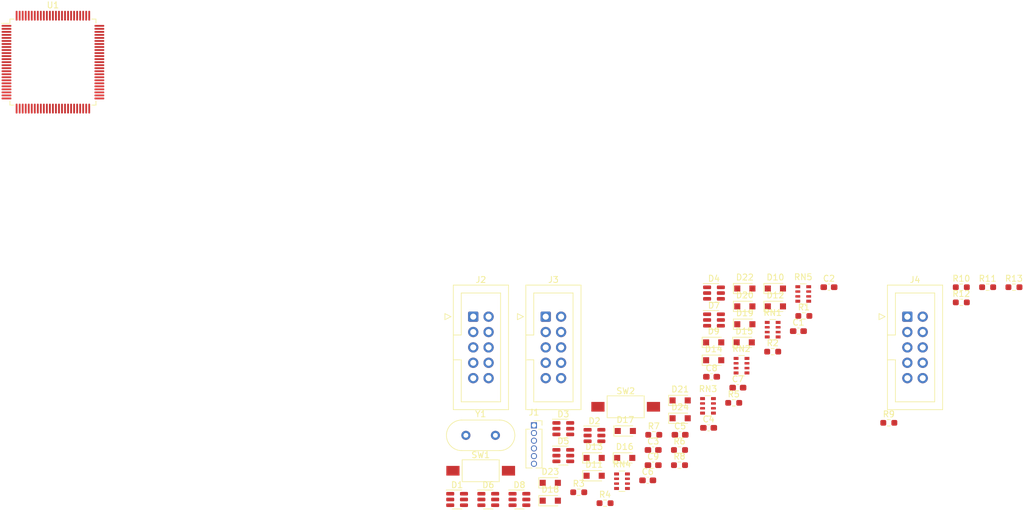
<source format=kicad_pcb>
(kicad_pcb (version 20211014) (generator pcbnew)
  (layers (0 "F.Cu" signal) (1 "In1.Cu" power) (2 "In2.Cu" power) (31 "B.Cu" signal) (34 "B.Paste" user) (35 "F.Paste" user) (36 "B.SilkS" user "B.Silkscreen") (37 "F.SilkS" user "F.Silkscreen") (38 "B.Mask" user) (39 "F.Mask" user) (44 "Edge.Cuts" user))
  (net 0 "")
  (net 1 "/MCU base/OSC_IN")
  (net 2 "GND")
  (net 3 "/MCU base/NRST")
  (net 4 "/MCU base/BOOT0")
  (net 5 "+3V3")
  (net 6 "/MCU base/OSC_OUT")
  (net 7 "/MCU base/BTN0")
  (net 8 "/MCU base/BTN1")
  (net 9 "/MCU base/BTN2_SDA")
  (net 10 "/MCU base/SWDIO")
  (net 11 "/MCU base/BTN3_SCL")
  (net 12 "/MCU base/SWCLK")
  (net 13 "M4_L0")
  (net 14 "M4_L1")
  (net 15 "/MCU base/BTN4")
  (net 16 "/MCU base/BTN5")
  (net 17 "/MCU base/BTN6")
  (net 18 "M3_L1")
  (net 19 "M3_L0")
  (net 20 "M2_L1")
  (net 21 "M2_L0")
  (net 22 "M1_L0")
  (net 23 "M1_L1")
  (net 24 "MOT_MUL0")
  (net 25 "MOT_MUL1")
  (net 26 "MOT_MUL2")
  (net 27 "MOT_MUL_EN")
  (net 28 "USART1_TX")
  (net 29 "USART1_RX")
  (net 30 "M0_L0")
  (net 31 "M0_L1")
  (net 32 "M7_L0")
  (net 33 "M7_L1")
  (net 34 "OUT2")
  (net 35 "OUT1")
  (net 36 "OUT0")
  (net 37 "/MCU base/SCRN_DCRS")
  (net 38 "/MCU base/SCRN_SCK")
  (net 39 "/MCU base/SCRN_MISO")
  (net 40 "/MCU base/SCRN_MOSI")
  (net 41 "/MCU base/SCRN_RST")
  (net 42 "/MCU base/SCRN_CS")
  (net 43 "M6_L1")
  (net 44 "M6_L0")
  (net 45 "M5_L1")
  (net 46 "M5_L0")
  (net 47 "/MCU base/A0")
  (net 48 "/MCU base/A1")
  (net 49 "/MCU base/A2")
  (net 50 "/MCU base/A3")
  (net 51 "/MCU base/A4")
  (net 52 "/MCU base/A5")
  (net 53 "/MCU base/Diag")
  (net 54 "Net-(D16-Pad2)")
  (net 55 "Net-(J1-Pad4)")
  (net 56 "Net-(J2-Pad2)")
  (net 57 "Net-(J2-Pad3)")
  (net 58 "Net-(J2-Pad4)")
  (net 59 "Net-(J2-Pad5)")
  (net 60 "Net-(J2-Pad6)")
  (net 61 "Net-(J2-Pad7)")
  (net 62 "Net-(J2-Pad8)")
  (net 63 "Net-(J2-Pad9)")
  (net 64 "Net-(J3-Pad2)")
  (net 65 "Net-(J3-Pad3)")
  (net 66 "Net-(J3-Pad4)")
  (net 67 "Net-(J3-Pad5)")
  (net 68 "Net-(J3-Pad6)")
  (net 69 "Net-(J3-Pad7)")
  (net 70 "Net-(J3-Pad8)")
  (net 71 "Net-(J3-Pad10)")
  (net 72 "Net-(J4-Pad2)")
  (net 73 "ADC2")
  (net 74 "ADC3")
  (net 75 "ADC4")
  (net 76 "ADC5")
  (net 77 "+5V")
  (net 78 "DIAG")
  (net 79 "ADC0")
  (net 80 "Vdrive")
  (net 81 "ADC1")
  (net 88 "MUL0")
  (net 89 "MUL1")
  (net 90 "MUL2")
  (net 91 "MUL_EN")
  (net 92 "M1_EN")
  (net 93 "M1_DIR")
  (net 94 "M1_STEP")
  (net 95 "+3.3VADC")
  (net 96 "TMC_SCK")
  (net 97 "TMC_MISO")
  (net 98 "TMC_MOSI")
  (net 99 "M0_STEP")
  (net 100 "M0_EN")
  (net 101 "M0_DIR")
  (net 102 "M7_STEP")
  (net 103 "M7_EN")
  (net 104 "M7_DIR")
  (net 105 "USART3_TX")
  (net 106 "M6_STEP")
  (net 107 "M6_DIR")
  (net 108 "M6_EN")
  (net 109 "M5_STEP")
  (net 110 "M5_DIR")
  (net 111 "M5_EN")
  (net 112 "USB_DM")
  (net 113 "USB_DP")
  (net 114 "M4_STEP")
  (net 115 "M4_EN")
  (net 116 "M4_DIR")
  (net 117 "CAN_RX")
  (net 118 "CAN_TX")
  (net 119 "USART2_TX")
  (net 120 "M3_DIR")
  (net 121 "M3_STEP")
  (net 122 "M3_EN")
  (net 123 "M2_STEP")
  (net 124 "M2_DIR")
  (net 125 "M2_EN")
  (footprint "Capacitor_SMD:C_0603_1608Metric_Pad1.08x0.95mm_HandSolder" (layer "F.Cu") (at 218.57 156.262)
    (fp_text reference "C9" (at 0 -1.43) (layer "F.SilkS"))
    (fp_text value "0.1")
    (pad "1" smd roundrect (at -0.8625 0) (size 1.075 0.95) (layers "F.Cu" "F.Paste" "F.Mask") (net 5 "+3V3"))
    (pad "2" smd roundrect (at 0.8625 0) (size 1.075 0.95) (layers "F.Cu" "F.Paste" "F.Mask") (net 2 "GND"))
  )
  (footprint "Package_TO_SOT_SMD:SOT-23-6" (layer "F.Cu") (at 203.72 150.232)
    (fp_text reference "D3" (at 0 -2.4) (layer "F.SilkS"))
    (fp_text value "SP0505BAHT")
    (pad "1" smd roundrect (at -1.1375 -0.95) (size 1.325 0.6) (layers "F.Cu" "F.Paste" "F.Mask") (net 17 "/MCU base/BTN6"))
    (pad "2" smd roundrect (at -1.1375 0) (size 1.325 0.6) (layers "F.Cu" "F.Paste" "F.Mask") (net 2 "GND"))
    (pad "3" smd roundrect (at -1.1375 0.95) (size 1.325 0.6) (layers "F.Cu" "F.Paste" "F.Mask") (net 18 "M3_L1"))
    (pad "4" smd roundrect (at 1.1375 0.95) (size 1.325 0.6) (layers "F.Cu" "F.Paste" "F.Mask") (net 19 "M3_L0"))
    (pad "5" smd roundrect (at 1.1375 0) (size 1.325 0.6) (layers "F.Cu" "F.Paste" "F.Mask") (net 20 "M2_L1"))
    (pad "6" smd roundrect (at 1.1375 -0.95) (size 1.325 0.6) (layers "F.Cu" "F.Paste" "F.Mask") (net 21 "M2_L0"))
  )
  (footprint "Connector_IDC:IDC-Header_2x05_P2.54mm_Vertical" (layer "F.Cu") (at 188.835 131.722)
    (fp_text reference "J2" (at 1.27 -6.1) (layer "F.SilkS"))
    (fp_text value "buttons_I2C")
    (pad "1" thru_hole roundrect (at 0 0) (size 1.7 1.7) (drill 1) (layers *.Cu *.Mask) (roundrect_rratio 0.147059) (net 2 "GND"))
    (pad "2" thru_hole circle (at 2.54 0) (size 1.7 1.7) (drill 1) (layers *.Cu *.Mask) (net 56 "Net-(J2-Pad2)"))
    (pad "3" thru_hole circle (at 0 2.54) (size 1.7 1.7) (drill 1) (layers *.Cu *.Mask) (net 57 "Net-(J2-Pad3)"))
    (pad "4" thru_hole circle (at 2.54 2.54) (size 1.7 1.7) (drill 1) (layers *.Cu *.Mask) (net 58 "Net-(J2-Pad4)"))
    (pad "5" thru_hole circle (at 0 5.08) (size 1.7 1.7) (drill 1) (layers *.Cu *.Mask) (net 59 "Net-(J2-Pad5)"))
    (pad "6" thru_hole circle (at 2.54 5.08) (size 1.7 1.7) (drill 1) (layers *.Cu *.Mask) (net 60 "Net-(J2-Pad6)"))
    (pad "7" thru_hole circle (at 0 7.62) (size 1.7 1.7) (drill 1) (layers *.Cu *.Mask) (net 61 "Net-(J2-Pad7)"))
    (pad "8" thru_hole circle (at 2.54 7.62) (size 1.7 1.7) (drill 1) (layers *.Cu *.Mask) (net 62 "Net-(J2-Pad8)"))
    (pad "9" thru_hole circle (at 0 10.16) (size 1.7 1.7) (drill 1) (layers *.Cu *.Mask) (net 63 "Net-(J2-Pad9)"))
    (pad "10" thru_hole circle (at 2.54 10.16) (size 1.7 1.7) (drill 1) (layers *.Cu *.Mask) (net 2 "GND"))
  )
  (footprint "Button_Switch_SMD:SW_SPST_FSMSM" (layer "F.Cu") (at 214.03 146.612)
    (fp_text reference "SW2" (at 0 -2.6) (layer "F.SilkS"))
    (fp_text value "boot")
    (pad "1" smd rect (at -4.59 0) (size 2.18 1.6) (layers "F.Cu" "F.Paste" "F.Mask") (net 4 "/MCU base/BOOT0"))
    (pad "2" smd rect (at 4.59 0) (size 2.18 1.6) (layers "F.Cu" "F.Paste" "F.Mask") (net 5 "+3V3"))
  )
  (footprint "Connector_IDC:IDC-Header_2x05_P2.54mm_Vertical" (layer "F.Cu") (at 260.575 131.722)
    (fp_text reference "J4" (at 1.27 -6.1) (layer "F.SilkS"))
    (fp_text value "ADC")
    (pad "1" thru_hole roundrect (at 0 0) (size 1.7 1.7) (drill 1) (layers *.Cu *.Mask) (roundrect_rratio 0.147059) (net 2 "GND"))
    (pad "2" thru_hole circle (at 2.54 0) (size 1.7 1.7) (drill 1) (layers *.Cu *.Mask) (net 72 "Net-(J4-Pad2)"))
    (pad "3" thru_hole circle (at 0 2.54) (size 1.7 1.7) (drill 1) (layers *.Cu *.Mask) (net 2 "GND"))
    (pad "4" thru_hole circle (at 2.54 2.54) (size 1.7 1.7) (drill 1) (layers *.Cu *.Mask) (net 73 "ADC2"))
    (pad "5" thru_hole circle (at 0 5.08) (size 1.7 1.7) (drill 1) (layers *.Cu *.Mask) (net 2 "GND"))
    (pad "6" thru_hole circle (at 2.54 5.08) (size 1.7 1.7) (drill 1) (layers *.Cu *.Mask) (net 74 "ADC3"))
    (pad "7" thru_hole circle (at 0 7.62) (size 1.7 1.7) (drill 1) (layers *.Cu *.Mask) (net 2 "GND"))
    (pad "8" thru_hole circle (at 2.54 7.62) (size 1.7 1.7) (drill 1) (layers *.Cu *.Mask) (net 75 "ADC4"))
    (pad "9" thru_hole circle (at 0 10.16) (size 1.7 1.7) (drill 1) (layers *.Cu *.Mask) (net 2 "GND"))
    (pad "10" thru_hole circle (at 2.54 10.16) (size 1.7 1.7) (drill 1) (layers *.Cu *.Mask) (net 76 "ADC5"))
  )
  (footprint "Resistor_SMD:R_0603_1608Metric_Pad0.98x0.95mm_HandSolder" (layer "F.Cu") (at 231.88 145.962)
    (fp_text reference "R5" (at 0 -1.43) (layer "F.SilkS"))
    (fp_text value "22")
    (pad "1" smd roundrect (at -0.9125 0) (size 0.975 0.95) (layers "F.Cu" "F.Paste" "F.Mask") (net 71 "Net-(J3-Pad10)"))
    (pad "2" smd roundrect (at 0.9125 0) (size 0.975 0.95) (layers "F.Cu" "F.Paste" "F.Mask") (net 77 "+5V"))
  )
  (footprint "Diode_SMD:D_SOD-323_HandSoldering" (layer "F.Cu") (at 233.72 130.022)
    (fp_text reference "D20" (at 0 -1.85) (layer "F.SilkS"))
    (fp_text value "SS14")
    (pad "1" smd rect (at -1.25 0) (size 1 1) (layers "F.Cu" "F.Paste" "F.Mask") (net 50 "/MCU base/A3"))
    (pad "2" smd rect (at 1.25 0) (size 1 1) (layers "F.Cu" "F.Paste" "F.Mask") (net 2 "GND"))
  )
  (footprint "Resistor_SMD:R_0603_1608Metric_Pad0.98x0.95mm_HandSolder" (layer "F.Cu") (at 222.92 156.262)
    (fp_text reference "R8" (at 0 -1.43) (layer "F.SilkS"))
    (fp_text value "330")
    (pad "1" smd roundrect (at -0.9125 0) (size 0.975 0.95) (layers "F.Cu" "F.Paste" "F.Mask") (net 51 "/MCU base/A4"))
    (pad "2" smd roundrect (at 0.9125 0) (size 0.975 0.95) (layers "F.Cu" "F.Paste" "F.Mask") (net 75 "ADC4"))
  )
  (footprint "Resistor_SMD:R_0603_1608Metric_Pad0.98x0.95mm_HandSolder" (layer "F.Cu") (at 269.49 129.362)
    (fp_text reference "R12" (at 0 -1.43) (layer "F.SilkS"))
    (fp_text value "47k")
    (pad "1" smd roundrect (at -0.9125 0) (size 0.975 0.95) (layers "F.Cu" "F.Paste" "F.Mask") (net 81 "ADC1"))
    (pad "2" smd roundrect (at 0.9125 0) (size 0.975 0.95) (layers "F.Cu" "F.Paste" "F.Mask") (net 77 "+5V"))
  )
  (footprint "Diode_SMD:D_SOD-323_HandSoldering" (layer "F.Cu") (at 201.57 159.182)
    (fp_text reference "D23" (at 0 -1.85) (layer "F.SilkS"))
    (fp_text value "SS14")
    (pad "1" smd rect (at -1.25 0) (size 1 1) (layers "F.Cu" "F.Paste" "F.Mask") (net 53 "/MCU base/Diag"))
    (pad "2" smd rect (at 1.25 0) (size 1 1) (layers "F.Cu" "F.Paste" "F.Mask") (net 2 "GND"))
  )
  (footprint "Resistor_SMD:R_Array_Convex_4x0603" (layer "F.Cu") (at 227.63 146.462)
    (fp_text reference "RN3" (at 0 -2.8) (layer "F.SilkS"))
    (fp_text value "330")
    (pad "1" smd rect (at -0.9 -1.2) (size 0.8 0.5) (layers "F.Cu" "F.Paste" "F.Mask"))
    (pad "2" smd rect (at -0.9 -0.4) (size 0.8 0.4) (layers "F.Cu" "F.Paste" "F.Mask") (net 16 "/MCU base/BTN5"))
    (pad "3" smd rect (at -0.9 0.4) (size 0.8 0.4) (layers "F.Cu" "F.Paste" "F.Mask") (net 11 "/MCU base/BTN3_SCL"))
    (pad "4" smd rect (at -0.9 1.2) (size 0.8 0.5) (layers "F.Cu" "F.Paste" "F.Mask") (net 8 "/MCU base/BTN1"))
    (pad "5" smd rect (at 0.9 1.2) (size 0.8 0.5) (layers "F.Cu" "F.Paste" "F.Mask") (net 58 "Net-(J2-Pad4)"))
    (pad "6" smd rect (at 0.9 0.4) (size 0.8 0.4) (layers "F.Cu" "F.Paste" "F.Mask") (net 60 "Net-(J2-Pad6)"))
    (pad "7" smd rect (at 0.9 -0.4) (size 0.8 0.4) (layers "F.Cu" "F.Paste" "F.Mask") (net 62 "Net-(J2-Pad8)"))
    (pad "8" smd rect (at 0.9 -1.2) (size 0.8 0.5) (layers "F.Cu" "F.Paste" "F.Mask"))
  )
  (footprint "Resistor_SMD:R_Array_Convex_4x0603" (layer "F.Cu") (at 213.42 158.912)
    (fp_text reference "RN4" (at 0 -2.8) (layer "F.SilkS"))
    (fp_text value "330")
    (pad "1" smd rect (at -0.9 -1.2) (size 0.8 0.5) (layers "F.Cu" "F.Paste" "F.Mask"))
    (pad "2" smd rect (at -0.9 -0.4) (size 0.8 0.4) (layers "F.Cu" "F.Paste" "F.Mask") (net 37 "/MCU base/SCRN_DCRS"))
    (pad "3" smd rect (at -0.9 0.4) (size 0.8 0.4) (layers "F.Cu" "F.Paste" "F.Mask") (net 42 "/MCU base/SCRN_CS"))
    (pad "4" smd rect (at -0.9 1.2) (size 0.8 0.5) (layers "F.Cu" "F.Paste" "F.Mask") (net 41 "/MCU base/SCRN_RST"))
    (pad "5" smd rect (at 0.9 1.2) (size 0.8 0.5) (layers "F.Cu" "F.Paste" "F.Mask") (net 66 "Net-(J3-Pad4)"))
    (pad "6" smd rect (at 0.9 0.4) (size 0.8 0.4) (layers "F.Cu" "F.Paste" "F.Mask") (net 68 "Net-(J3-Pad6)"))
    (pad "7" smd rect (at 0.9 -0.4) (size 0.8 0.4) (layers "F.Cu" "F.Paste" "F.Mask") (net 70 "Net-(J3-Pad8)"))
    (pad "8" smd rect (at 0.9 -1.2) (size 0.8 0.5) (layers "F.Cu" "F.Paste" "F.Mask"))
  )
  (footprint "Diode_SMD:D_SOD-323_HandSoldering" (layer "F.Cu") (at 208.82 155.062)
    (fp_text reference "D13" (at 0 -1.85) (layer "F.SilkS"))
    (fp_text value "SS14")
    (pad "1" smd rect (at -1.25 0) (size 1 1) (layers "F.Cu" "F.Paste" "F.Mask") (net 5 "+3V3"))
    (pad "2" smd rect (at 1.25 0) (size 1 1) (layers "F.Cu" "F.Paste" "F.Mask") (net 51 "/MCU base/A4"))
  )
  (footprint "Package_TO_SOT_SMD:SOT-23-6" (layer "F.Cu") (at 228.62 127.822)
    (fp_text reference "D4" (at 0 -2.4) (layer "F.SilkS"))
    (fp_text value "SP0505BAHT")
    (pad "1" smd roundrect (at -1.1375 -0.95) (size 1.325 0.6) (layers "F.Cu" "F.Paste" "F.Mask") (net 22 "M1_L0"))
    (pad "2" smd roundrect (at -1.1375 0) (size 1.325 0.6) (layers "F.Cu" "F.Paste" "F.Mask") (net 2 "GND"))
    (pad "3" smd roundrect (at -1.1375 0.95) (size 1.325 0.6) (layers "F.Cu" "F.Paste" "F.Mask") (net 23 "M1_L1"))
    (pad "4" smd roundrect (at 1.1375 0.95) (size 1.325 0.6) (layers "F.Cu" "F.Paste" "F.Mask") (net 24 "MOT_MUL0"))
    (pad "5" smd roundrect (at 1.1375 0) (size 1.325 0.6) (layers "F.Cu" "F.Paste" "F.Mask") (net 25 "MOT_MUL1"))
    (pad "6" smd roundrect (at 1.1375 -0.95) (size 1.325 0.6) (layers "F.Cu" "F.Paste" "F.Mask") (net 26 "MOT_MUL2"))
  )
  (footprint "Diode_SMD:D_SOD-323_HandSoldering" (layer "F.Cu") (at 213.87 155.062)
    (fp_text reference "D16" (at 0 -1.85) (layer "F.SilkS"))
    (fp_text value "SS14")
    (pad "1" smd rect (at -1.25 0) (size 1 1) (layers "F.Cu" "F.Paste" "F.Mask") (net 5 "+3V3"))
    (pad "2" smd rect (at 1.25 0) (size 1 1) (layers "F.Cu" "F.Paste" "F.Mask") (net 54 "Net-(D16-Pad2)"))
  )
  (footprint "Resistor_SMD:R_0603_1608Metric_Pad0.98x0.95mm_HandSolder" (layer "F.Cu") (at 222.92 153.752)
    (fp_text reference "R6" (at 0 -1.43) (layer "F.SilkS"))
    (fp_text value "330")
    (pad "1" smd roundrect (at -0.9125 0) (size 0.975 0.95) (layers "F.Cu" "F.Paste" "F.Mask") (net 78 "DIAG"))
    (pad "2" smd roundrect (at 0.9125 0) (size 0.975 0.95) (layers "F.Cu" "F.Paste" "F.Mask") (net 53 "/MCU base/Diag"))
  )
  (footprint "Connector_IDC:IDC-Header_2x05_P2.54mm_Vertical" (layer "F.Cu") (at 200.815 131.722)
    (fp_text reference "J3" (at 1.27 -6.1) (layer "F.SilkS"))
    (fp_text value "screen")
    (pad "1" thru_hole roundrect (at 0 0) (size 1.7 1.7) (drill 1) (layers *.Cu *.Mask) (roundrect_rratio 0.147059) (net 2 "GND"))
    (pad "2" thru_hole circle (at 2.54 0) (size 1.7 1.7) (drill 1) (layers *.Cu *.Mask) (net 64 "Net-(J3-Pad2)"))
    (pad "3" thru_hole circle (at 0 2.54) (size 1.7 1.7) (drill 1) (layers *.Cu *.Mask) (net 65 "Net-(J3-Pad3)"))
    (pad "4" thru_hole circle (at 2.54 2.54) (size 1.7 1.7) (drill 1) (layers *.Cu *.Mask) (net 66 "Net-(J3-Pad4)"))
    (pad "5" thru_hole circle (at 0 5.08) (size 1.7 1.7) (drill 1) (layers *.Cu *.Mask) (net 67 "Net-(J3-Pad5)"))
    (pad "6" thru_hole circle (at 2.54 5.08) (size 1.7 1.7) (drill 1) (layers *.Cu *.Mask) (net 68 "Net-(J3-Pad6)"))
    (pad "7" thru_hole circle (at 0 7.62) (size 1.7 1.7) (drill 1) (layers *.Cu *.Mask) (net 69 "Net-(J3-Pad7)"))
    (pad "8" thru_hole circle (at 2.54 7.62) (size 1.7 1.7) (drill 1) (layers *.Cu *.Mask) (net 70 "Net-(J3-Pad8)"))
    (pad "9" thru_hole circle (at 0 10.16) (size 1.7 1.7) (drill 1) (layers *.Cu *.Mask) (net 2 "GND"))
    (pad "10" thru_hole circle (at 2.54 10.16) (size 1.7 1.7) (drill 1) (layers *.Cu *.Mask) (net 71 "Net-(J3-Pad10)"))
  )
  (footprint "Connector_PinSocket_1.27mm:PinSocket_1x06_P1.27mm_Vertical" (layer "F.Cu") (at 198.87 149.682)
    (fp_text reference "J1" (at 0 -2.135) (layer "F.SilkS"))
    (fp_text value "Prog")
    (pad "1" thru_hole rect (at 0 0) (size 1 1) (drill 0.7) (layers *.Cu *.Mask) (net 12 "/MCU base/SWCLK"))
    (pad "2" thru_hole oval (at 0 1.27) (size 1 1) (drill 0.7) (layers *.Cu *.Mask) (net 10 "/MCU base/SWDIO"))
    (pad "3" thru_hole oval (at 0 2.54) (size 1 1) (drill 0.7) (layers *.Cu *.Mask) (net 2 "GND"))
    (pad "4" thru_hole oval (at 0 3.81) (size 1 1) (drill 0.7) (layers *.Cu *.Mask) (net 55 "Net-(J1-Pad4)"))
    (pad "5" thru_hole oval (at 0 5.08) (size 1 1) (drill 0.7) (layers *.Cu *.Mask) (net 4 "/MCU base/BOOT0"))
    (pad "6" thru_hole oval (at 0 6.35) (size 1 1) (drill 0.7) (layers *.Cu *.Mask) (net 3 "/MCU base/NRST"))
  )
  (footprint "Package_TO_SOT_SMD:SOT-23-6" (layer "F.Cu") (at 208.87 151.362)
    (fp_text reference "D2" (at 0 -2.4) (layer "F.SilkS"))
    (fp_text value "SP0505BAHT")
    (pad "1" smd roundrect (at -1.1375 -0.95) (size 1.325 0.6) (layers "F.Cu" "F.Paste" "F.Mask") (net 12 "/MCU base/SWCLK"))
    (pad "2" smd roundrect (at -1.1375 0) (size 1.325 0.6) (layers "F.Cu" "F.Paste" "F.Mask") (net 2 "GND"))
    (pad "3" smd roundrect (at -1.1375 0.95) (size 1.325 0.6) (layers "F.Cu" "F.Paste" "F.Mask") (net 13 "M4_L0"))
    (pad "4" smd roundrect (at 1.1375 0.95) (size 1.325 0.6) (layers "F.Cu" "F.Paste" "F.Mask") (net 14 "M4_L1"))
    (pad "5" smd roundrect (at 1.1375 0) (size 1.325 0.6) (layers "F.Cu" "F.Paste" "F.Mask") (net 15 "/MCU base/BTN4"))
    (pad "6" smd roundrect (at 1.1375 -0.95) (size 1.325 0.6) (layers "F.Cu" "F.Paste" "F.Mask") (net 16 "/MCU base/BTN5"))
  )
  (footprint "Diode_SMD:D_SOD-323_HandSoldering" (layer "F.Cu") (at 233.72 132.972)
    (fp_text reference "D19" (at 0 -1.85) (layer "F.SilkS"))
    (fp_text value "SS14")
    (pad "1" smd rect (at -1.25 0) (size 1 1) (layers "F.Cu" "F.Paste" "F.Mask") (net 49 "/MCU base/A2"))
    (pad "2" smd rect (at 1.25 0) (size 1 1) (layers "F.Cu" "F.Paste" "F.Mask") (net 2 "GND"))
  )
  (footprint "Diode_SMD:D_SOD-323_HandSoldering" (layer "F.Cu") (at 228.57 138.922)
    (fp_text reference "D14" (at 0 -1.85) (layer "F.SilkS"))
    (fp_text value "SS14")
    (pad "1" smd rect (at -1.25 0) (size 1 1) (layers "F.Cu" "F.Paste" "F.Mask") (net 5 "+3V3"))
    (pad "2" smd rect (at 1.25 0) (size 1 1) (layers "F.Cu" "F.Paste" "F.Mask") (net 52 "/MCU base/A5"))
  )
  (footprint "Package_QFP:LQFP-100_14x14mm_P0.5mm" (layer "F.Cu") (at 119.38 89.662)
    (fp_text reference "U1" (at 0 -9.42) (layer "F.SilkS"))
    (fp_text value "STM32F303VDTx")
    (pad "1" smd roundrect (at -7.675 -6) (size 1.6 0.3) (layers "F.Cu" "F.Paste" "F.Mask") (net 53 "/MCU base/Diag"))
    (pad "2" smd roundrect (at -7.675 -5.5) (size 1.6 0.3) (layers "F.Cu" "F.Paste" "F.Mask") (net 88 "MUL0"))
    (pad "3" smd roundrect (at -7.675 -5) (size 1.6 0.3) (layers "F.Cu" "F.Paste" "F.Mask") (net 89 "MUL1"))
    (pad "4" smd roundrect (at -7.675 -4.5) (size 1.6 0.3) (layers "F.Cu" "F.Paste" "F.Mask") (net 90 "MUL2"))
    (pad "5" smd roundrect (at -7.675 -4) (size 1.6 0.3) (layers "F.Cu" "F.Paste" "F.Mask") (net 91 "MUL_EN"))
    (pad "6" smd roundrect (at -7.675 -3.5) (size 1.6 0.3) (layers "F.Cu" "F.Paste" "F.Mask") (net 5 "+3V3"))
    (pad "7" smd roundrect (at -7.675 -3) (size 1.6 0.3) (layers "F.Cu" "F.Paste" "F.Mask") (net 92 "M1_EN"))
    (pad "8" smd roundrect (at -7.675 -2.5) (size 1.6 0.3) (layers "F.Cu" "F.Paste" "F.Mask") (net 93 "M1_DIR"))
    (pad "9" smd roundrect (at -7.675 -2) (size 1.6 0.3) (layers "F.Cu" "F.Paste" "F.Mask") (net 22 "M1_L0"))
    (pad "10" smd roundrect (at -7.675 -1.5) (size 1.6 0.3) (layers "F.Cu" "F.Paste" "F.Mask") (net 94 "M1_STEP"))
    (pad "11" smd roundrect (at -7.675 -1) (size 1.6 0.3) (layers "F.Cu" "F.Paste" "F.Mask") (net 23 "M1_L1"))
    (pad "12" smd roundrect (at -7.675 -0.5) (size 1.6 0.3) (layers "F.Cu" "F.Paste" "F.Mask") (net 1 "/MCU base/OSC_IN"))
    (pad "13" smd roundrect (at -7.675 0) (size 1.6 0.3) (layers "F.Cu" "F.Paste" "F.Mask") (net 6 "/MCU base/OSC_OUT"))
    (pad "14" smd roundrect (at -7.675 0.5) (size 1.6 0.3) (layers "F.Cu" "F.Paste" "F.Mask") (net 3 "/MCU base/NRST"))
    (pad "15" smd roundrect (at -7.675 1) (size 1.6 0.3) (layers "F.Cu" "F.Paste" "F.Mask") (net 24 "MOT_MUL0"))
    (pad "16" smd roundrect (at -7.675 1.5) (size 1.6 0.3) (layers "F.Cu" "F.Paste" "F.Mask") (net 25 "MOT_MUL1"))
    (pad "17" smd roundrect (at -7.675 2) (size 1.6 0.3) (layers "F.Cu" "F.Paste" "F.Mask") (net 26 "MOT_MUL2"))
    (pad "18" smd roundrect (at -7.675 2.5) (size 1.6 0.3) (layers "F.Cu" "F.Paste" "F.Mask") (net 27 "MOT_MUL_EN"))
    (pad "19" smd roundrect (at -7.675 3) (size 1.6 0.3) (layers "F.Cu" "F.Paste" "F.Mask") (net 52 "/MCU base/A5"))
    (pad "20" smd roundrect (at -7.675 3.5) (size 1.6 0.3) (layers "F.Cu" "F.Paste" "F.Mask") (net 2 "GND"))
    (pad "21" smd roundrect (at -7.675 4) (size 1.6 0.3) (layers "F.Cu" "F.Paste" "F.Mask") (net 95 "+3.3VADC"))
    (pad "22" smd roundrect (at -7.675 4.5) (size 1.6 0.3) (layers "F.Cu" "F.Paste" "F.Mask") (net 5 "+3V3"))
    (pad "23" smd roundrect (at -7.675 5) (size 1.6 0.3) (layers "F.Cu" "F.Paste" "F.Mask") (net 47 "/MCU base/A0"))
    (pad "24" smd roundrect (at -7.675 5.5) (size 1.6 0.3) (layers "F.Cu" "F.Paste" "F.Mask") (net 48 "/MCU base/A1"))
    (pad "25" smd roundrect (at -7.675 6) (size 1.6 0.3) (layers "F.Cu" "F.Paste" "F.Mask") (net 49 "/MCU base/A2"))
    (pad "26" smd roundrect (at -6 7.675) (size 0.3 1.6) (layers "F.Cu" "F.Paste" "F.Mask") (net 50 "/MCU base/A3"))
    (pad "27" smd roundrect (at -5.5 7.675) (size 0.3 1.6) (layers "F.Cu" "F.Paste" "F.Mask") (net 2 "GND"))
    (pad "28" smd roundrect (at -5 7.675) (size 0.3 1.6) (layers "F.Cu" "F.Paste" "F.Mask") (net 5 "+3V3"))
    (pad "29" smd roundrect (at -4.5 7.675) (size 0.3 1.6) (layers "F.Cu" "F.Paste" "F.Mask") (net 51 "/MCU base/A4"))
    (pad "30" smd roundrect (at -4 7.675) (size 0.3 1.6) (layers "F.Cu" "F.Paste" "F.Mask") (net 96 "TMC_SCK"))
    (pad "31" smd roundrect (at -3.5 7.675) (size 0.3 1.6) (layers "F.Cu" "F.Paste" "F.Mask") (net 97 "TMC_MISO"))
    (pad "32" smd roundrect (at -3 7.675) (size 0.3 1.6) (layers "F.Cu" "F.Paste" "F.Mask") (net 98 "TMC_MOSI"))
    (pad "33" smd roundrect (at -2.5 7.675) (size 0.3 1.6) (layers "F.Cu" "F.Paste" "F.Mask") (net 28 "USART1_TX"))
    (pad "34" smd roundrect (at -2 7.675) (size 0.3 1.6) (layers "F.Cu" "F.Paste" "F.Mask") (net 29 "USART1_RX"))
    (pad "35" smd roundrect (at -1.5 7.675) (size 0.3 1.6) (layers "F.Cu" "F.Paste" "F.Mask") (net 99 "M0_STEP"))
    (pad "36" smd roundrect (at -1 7.675) (size 0.3 1.6) (layers "F.Cu" "F.Paste" "F.Mask") (net 100 "M0_EN"))
    (pad "37" smd roundrect (at -0.5 7.675) (size 0.3 1.6) (layers "F.Cu" "F.Paste" "F.Mask") (net 101 "M0_DIR"))
    (pad "38" smd roundrect (at 0 7.675) (size 0.3 1.6) (layers "F.Cu" "F.Paste" "F.Mask") (net 30 "M0_L0"))
    (pad "39" smd roundrect (at 0.5 7.675) (size 0.3 1.6) (layers "F.Cu" "F.Paste" "F.Mask") (net 31 "M0_L1"))
    (pad "40" smd roundrect (at 1 7.675) (size 0.3 1.6) (layers "F.Cu" "F.Paste" "F.Mask") (net 102 "M7_STEP"))
    (pad "41" smd roundrect (at 1.5 7.675) (size 0.3 1.6) (layers "F.Cu" "F.Paste" "F.Mask") (net 103 "M7_EN"))
    (pad "42" smd roundrect (at 2 7.675) (size 0.3 1.6) (layers "F.Cu" "F.Paste" "F.Mask") (net 104 "M7_DIR"))
    (pad "43" smd roundrect (at 2.5 7.675) (size 0.3 1.6) (layers "F.Cu" "F.Paste" "F.Mask") (net 32 "M7_L0"))
    (pad "44" smd roundrect (at 3 7.675) (size 0.3 1.6) (layers "F.Cu" "F.Paste" "F.Mask") (net 33 "M7_L1"))
    (pad "45" smd roundrect (at 3.5 7.675) (size 0.3 1.6) (layers "F.Cu" "F.Paste" "F.Mask") (net 34 "OUT2"))
    (pad "46" smd roundrect (at 4 7.675) (size 0.3 1.6) (layers "F.Cu" "F.Paste" "F.Mask") (net 35 "OUT1"))
    (pad "47" smd roundrect (at 4.5 7.675) (size 0.3 1.6) (layers "F.Cu" "F.Paste" "F.Mask") (net 105 "USART3_TX"))
    (pad "48" smd roundrect (at 5 7.675) (size 0.3 1.6) (layers "F.Cu" "F.Paste" "F.Mask") (net 36 "OUT0"))
    (pad "49" smd roundrect (at 5.5 7.675) (size 0.3 1.6) (layers "F.Cu" "F.Paste" "F.Mask") (net 2 "GND"))
    (pad "50" smd roundrect (at 6 7.675) (size 0.3 1.6) (layers "F.Cu" "F.Paste" "F.Mask") (net 5 "+3V3"))
    (pad "51" smd roundrect (at 7.675 6) (size 1.6 0.3) (layers "F.Cu" "F.Paste" "F.Mask") (net 37 "/MCU base/SCRN_DCRS"))
    (pad "52" smd roundrect (at 7.675 5.5) (size 1.6 0.3) (layers "F.Cu" "F.Paste" "F.Mask") (net 38 "/MCU base/SCRN_SCK"))
    (pad "53" smd roundrect (at 7.675 5) (size 1.6 0.3) (layers "F.Cu" "F.Paste" "F.Mask") (net 39 "/MCU base/SCRN_MISO"))
    (pad "54" smd roundrect (at 7.675 4.5) (size 1.6 0.3) (layers "F.Cu" "F.Paste" "F.Mask") (net 40 "/MCU base/SCRN_MOSI"))
    (pad "55" smd roundrect (at 7.675 4) (size 1.6 0.3) (layers "F.Cu" "F.Paste" "F.Mask") (net 41 "/MCU base/SCRN_RST"))
    (pad "56" smd roundrect (at 7.675 3.5) (size 1.6 0.3) (layers "F.Cu" "F.Paste" "F.Mask") (net 42 "/MCU base/SCRN_CS"))
    (pad "57" smd roundrect (at 7.675 3) (size 1.6 0.3) (layers "F.Cu" "F.Paste" "F.Mask") (net 43 "M6_L1"))
    (pad "58" smd roundrect (at 7.675 2.5) (size 1.6 0.3) (layers "F.Cu" "F.Paste" "F.Mask") (net 44 "M6_L0"))
    (pad "59" smd roundrect (at 7.675 2) (size 1.6 0.3) (layers "F.Cu" "F.Paste" "F.Mask") (net 106 "M6_STEP"))
    (pad "60" smd roundrect (at 7.675 1.5) (size 1.6 0.3) (layers "F.Cu" "F.Paste" "F.Mask") (net 107 "M6_DIR"))
    (pad "61" smd roundrect (at 7.675 1) (size 1.6 0.3) (layers "F.Cu" "F.Paste" "F.Mask") (net 108 "M6_EN"))
    (pad "62" smd roundrect (at 7.675 0.5) (size 1.6 0.3) (layers "F.Cu" "F.Paste" "F.Mask") (net 45 "M5_L1"))
    (pad "63" smd roundrect (at 7.675 0) (size 1.6 0.3) (layers "F.Cu" "F.Paste" "F.Mask") (net 109 "M5_STEP"))
    (pad "64" smd roundrect (at 7.675 -0.5) (size 1.6 0.3) (layers "F.Cu" "F.Paste" "F.Mask") (net 46 "M5_L0"))
    (pad "65" smd roundrect (at 7.675 -1) (size 1.6 0.3) (layers "F.Cu" "F.Paste" "F.Mask") (net 110 "M5_DIR"))
    (pad "66" smd roundrect (at 7.675 -1.5) (size 1.6 0.3) (layers "F.Cu" "F.Paste" "F.Mask") (net 111 "M5_EN"))
    (pad "67" smd roundrect (at 7.675 -2) (size 1.6 0.3) (layers "F.Cu" "F.Paste" "F.Mask") (net 7 "/MCU base/BTN0"))
    (pad "68" smd roundrect (at 7.675 -2.5) (size 1.6 0.3) (layers "F.Cu" "F.Paste" "F.Mask") (net 8 "/MCU base/BTN1"))
    (pad "69" smd roundrect (at 7.675 -3) (size 1.6 0.3) (layers "F.Cu" "F.Paste" "F.Mask") (net 9 "/MCU base/BTN2_SDA"))
    (pad "70" smd roundrect (at 7.675 -3.5) (size 1.6 0.3) (layers "F.Cu" "F.Paste" "F.Mask") (net 112 "USB_DM"))
    (pad "71" smd roundrect (at 7.675 -4) (size 1.6 0.3) (layers "F.Cu" "F.Paste" "F.Mask") (net 113 "USB_DP"))
    (pad "72" smd roundrect (at 7.675 -4.5) (size 1.6 0.3) (layers "F.Cu" "F.Paste" "F.Mask") (net 10 "/MCU base/SWDIO"))
    (pad "73" smd roundrect (at 7.675 -5) (size 1.6 0.3) (layers "F.Cu" "F.Paste" "F.Mask") (net 11 "/MCU base/BTN3_SCL"))
    (pad "74" smd roundrect (at 7.675 -5.5) (size 1.6 0.3) (layers "F.Cu" "F.Paste" "F.Mask") (net 2 "GND"))
    (pad "75" smd roundrect (at 7.675 -6) (size 1.6 0.3) (layers "F.Cu" "F.Paste" "F.Mask") (net 5 "+3V3"))
    (pad "76" smd roundrect (at 6 -7.675) (size 0.3 1.6) (layers "F.Cu" "F.Paste" "F.Mask") (net 12 "/MCU base/SWCLK"))
    (pad "77" smd roundrect (at 5.5 -7.675) (size 0.3 1.6) (layers "F.Cu" "F.Paste" "F.Mask") (net 114 "M4_STEP"))
    (pad "78" smd roundrect (at 5 -7.675) (size 0.3 1.6) (layers "F.Cu" "F.Paste" "F.Mask") (net 115 "M4_EN"))
    (pad "79" smd roundrect (at 4.5 -7.675) (size 0.3 1.6) (layers "F.Cu" "F.Paste" "F.Mask") (net 116 "M4_DIR"))
    (pad "80" smd roundrect (at 4 -7.675) (size 0.3 1.6) (layers "F.Cu" "F.Paste" "F.Mask") (net 13 "M4_L0"))
    (pad "81" smd roundrect (at 3.5 -7.675) (size 0.3 1.6) (layers "F.Cu" "F.Paste" "F.Mask") (net 117 "CAN_RX"))
    (pad "82" smd roundrect (at 3 -7.675) (size 0.3 1.6) (layers "F.Cu" "F.Paste" "F.Mask") (net 118 "CAN_TX"))
    (pad "83" smd roundrect (at 2.5 -7.675) (size 0.3 1.6) (layers "F.Cu" "F.Paste" "F.Mask") (net 14 "M4_L1"))
    (pad "84" smd roundrect (at 2 -7.675) (size 0.3 1.6) (layers "F.Cu" "F.Paste" "F.Mask") (net 15 "/MCU base/BTN4"))
    (pad "85" smd roundrect (at 1.5 -7.675) (size 0.3 1.6) (layers "F.Cu" "F.Paste" "F.Mask") (net 16 "/MCU base/BTN5"))
    (pad "86" smd roundrect (at 1 -7.675) (size 0.3 1.6) (layers "F.Cu" "F.Paste" "F.Mask") (net 17 "/MCU base/BTN6"))
    (pad "87" smd roundrect (at 0.5 -7.675) (size 0.3 1.6) (layers "F.Cu" "F.Paste" "F.Mask") (net 18 "M3_L1"))
    (pad "88" smd roundrect (at 0 -7.675) (size 0.3 1.6) (layers "F.Cu" "F.Paste" "F.Mask") (net 19 "M3_L0"))
    (pad "89" smd roundrect (at -0.5 -7.675) (size 0.3 1.6) (layers "F.Cu" "F.Paste" "F.Mask") (net 119 "USART2_TX"))
    (pad "90" smd roundrect (at -1 -7.675) (size 0.3 1.6) (layers "F.Cu" "F.Paste" "F.Mask") (net 120 "M3_DIR"))
    (pad "91" smd roundrect (at -1.5 -7.675) (size 0.3 1.6) (layers "F.Cu" "F.Paste" "F.Mask") (net 121 "M3_STEP"))
    (pad "92" smd roundrect (at -2 -7.675) (size 0.3 1.6) (layers "F.Cu" "F.Paste" "F.Mask") (net 122 "M3_EN"))
    (pad "93" smd roundrect (at -2.5 -7.675) (size 0.3 1.6) (layers "F.Cu" "F.Paste" "F.Mask") (net 20 "M2_L1"))
    (pad "94" smd roundrect (at -3 -7.675) (size 0.3 1.6) (layers "F.Cu" "F.Paste" "F.Mask") (net 4 "/MCU base/BOOT0"))
    (pad "95" smd roundrect (at -3.5 -7.675) (size 0.3 1.6) (layers "F.Cu" "F.Paste" "F.Mask") (net 123 "M2_STEP"))
    (pad "96" smd roundrect (at -4 -7.675) (size 0.3 1.6) (layers "F.Cu" "F.Paste" "F.Mask") (net 21 "M2_L0"))
    (pad "97" smd roundrect (at -4.5 -7.675) (size 0.3 1.6) (layers "F.Cu" "F.Paste" "F.Mask") (net 124 "M2_DIR"))
    (pad "98" smd roundrect (at -5 -7.675) (size 0.3 1.6) (layers "F.Cu" "F.Paste" "F.Mask") (net 125 "M2_EN"))
    (pad "99" smd roundrect (at -5.5 -7.675) (size 0.3 1.6) (layers "F.Cu" "F.Paste" "F.Mask") (net 2 "GND"))
    (pad "100" smd roundrect (at -6 -7.675) (size 0.3 1.6) (layers "F.Cu" "F.Paste" "F.Mask") (net 5 "+3V3"))
  )
  (footprint "Capacitor_SMD:C_0603_1608Metric_Pad1.08x0.95mm_HandSolder" (layer "F.Cu") (at 227.73 150.092)
    (fp_text reference "C4" (at 0 -1.43) (layer "F.SilkS"))
    (fp_text value "12")
    (pad "1" smd roundrect (at -0.8625 0) (size 1.075 0.95) (layers "F.Cu" "F.Paste" "F.Mask") (net 6 "/MCU base/OSC_OUT"))
    (pad "2" smd roundrect (at 0.8625 0) (size 1.075 0.95) (layers "F.Cu" "F.Paste" "F.Mask") (net 2 "GND"))
  )
  (footprint "Diode_SMD:D_SOD-323_HandSoldering" (layer "F.Cu") (at 213.97 150.612)
    (fp_text reference "D17" (at 0 -1.85) (layer "F.SilkS"))
    (fp_text value "SS14")
    (pad "1" smd rect (at -1.25 0) (size 1 1) (layers "F.Cu" "F.Paste" "F.Mask") (net 47 "/MCU base/A0"))
    (pad "2" smd rect (at 1.25 0) (size 1 1) (layers "F.Cu" "F.Paste" "F.Mask") (net 2 "GND"))
  )
  (footprint "Crystal:Crystal_HC49-U_Vertical" (layer "F.Cu") (at 187.62 151.332)
    (fp_text reference "Y1" (at 2.44 -3.525) (layer "F.SilkS"))
    (fp_text value "8MHz")
    (pad "1" thru_hole circle (at 0 0) (size 1.5 1.5) (drill 0.8) (layers *.Cu *.Mask) (net 1 "/MCU base/OSC_IN"))
    (pad "2" thru_hole circle (at 4.88 0) (size 1.5 1.5) (drill 0.8) (layers *.Cu *.Mask) (net 6 "/MCU base/OSC_OUT"))
  )
  (footprint "Diode_SMD:D_SOD-323_HandSoldering" (layer "F.Cu") (at 233.62 135.972)
    (fp_text reference "D15" (at 0 -1.85) (layer "F.SilkS"))
    (fp_text value "SS14")
    (pad "1" smd rect (at -1.25 0) (size 1 1) (layers "F.Cu" "F.Paste" "F.Mask") (net 5 "+3V3"))
    (pad "2" smd rect (at 1.25 0) (size 1 1) (layers "F.Cu" "F.Paste" "F.Mask") (net 53 "/MCU base/Diag"))
  )
  (footprint "Resistor_SMD:R_0603_1608Metric_Pad0.98x0.95mm_HandSolder" (layer "F.Cu") (at 238.32 137.502)
    (fp_text reference "R2" (at 0 -1.43) (layer "F.SilkS"))
    (fp_text value "22")
    (pad "1" smd roundrect (at -0.9125 0) (size 0.975 0.95) (layers "F.Cu" "F.Paste" "F.Mask") (net 5 "+3V3"))
    (pad "2" smd roundrect (at 0.9125 0) (size 0.975 0.95) (layers "F.Cu" "F.Paste" "F.Mask") (net 55 "Net-(J1-Pad4)"))
  )
  (footprint "Resistor_SMD:R_0603_1608Metric_Pad0.98x0.95mm_HandSolder" (layer "F.Cu") (at 218.67 151.242)
    (fp_text reference "R7" (at 0 -1.43) (layer "F.SilkS"))
    (fp_text value "330")
    (pad "1" smd roundrect (at -0.9125 0) (size 0.975 0.95) (layers "F.Cu" "F.Paste" "F.Mask") (net 76 "ADC5"))
    (pad "2" smd roundrect (at 0.9125 0) (size 0.975 0.95) (layers "F.Cu" "F.Paste" "F.Mask") (net 52 "/MCU base/A5"))
  )
  (footprint "Capacitor_SMD:C_0603_1608Metric_Pad1.08x0.95mm_HandSolder" (layer "F.Cu") (at 223.02 151.242)
    (fp_text reference "C5" (at 0 -1.43) (layer "F.SilkS"))
    (fp_text value "0.1")
    (pad "1" smd roundrect (at -0.8625 0) (size 1.075 0.95) (layers "F.Cu" "F.Paste" "F.Mask") (net 5 "+3V3"))
    (pad "2" smd roundrect (at 0.8625 0) (size 1.075 0.95) (layers "F.Cu" "F.Paste" "F.Mask") (net 2 "GND"))
  )
  (footprint "Capacitor_SMD:C_0603_1608Metric_Pad1.08x0.95mm_HandSolder" (layer "F.Cu") (at 247.62 126.852)
    (fp_text reference "C2" (at 0 -1.43) (layer "F.SilkS"))
    (fp_text value "0.1")
    (pad "1" smd roundrect (at -0.8625 0) (size 1.075 0.95) (layers "F.Cu" "F.Paste" "F.Mask") (net 3 "/MCU base/NRST"))
    (pad "2" smd roundrect (at 0.8625 0) (size 1.075 0.95) (layers "F.Cu" "F.Paste" "F.Mask") (net 2 "GND"))
  )
  (footprint "Resistor_SMD:R_Array_Convex_4x0603" (layer "F.Cu") (at 238.32 133.872)
    (fp_text reference "RN1" (at 0 -2.8) (layer "F.SilkS"))
    (fp_text value "330")
    (pad "1" smd rect (at -0.9 -1.2) (size 0.8 0.5) (layers "F.Cu" "F.Paste" "F.Mask") (net 63 "Net-(J2-Pad9)"))
    (pad "2" smd rect (at -0.9 -0.4) (size 0.8 0.4) (layers "F.Cu" "F.Paste" "F.Mask") (net 61 "Net-(J2-Pad7)"))
    (pad "3" smd rect (at -0.9 0.4) (size 0.8 0.4) (layers "F.Cu" "F.Paste" "F.Mask") (net 59 "Net-(J2-Pad5)"))
    (pad "4" smd rect (at -0.9 1.2) (size 0.8 0.5) (layers "F.Cu" "F.Paste" "F.Mask") (net 57 "Net-(J2-Pad3)"))
    (pad "5" smd rect (at 0.9 1.2) (size 0.8 0.5) (layers "F.Cu" "F.Paste" "F.Mask") (net 7 "/MCU base/BTN0"))
    (pad "6" smd rect (at 0.9 0.4) (size 0.8 0.4) (layers "F.Cu" "F.Paste" "F.Mask") (net 9 "/MCU base/BTN2_SDA"))
    (pad "7" smd rect (at 0.9 -0.4) (size 0.8 0.4) (layers "F.Cu" "F.Paste" "F.Mask") (net 15 "/MCU base/BTN4"))
    (pad "8" smd rect (at 0.9 -1.2) (size 0.8 0.5) (layers "F.Cu" "F.Paste" "F.Mask") (net 17 "/MCU base/BTN6"))
  )
  (footprint "Package_TO_SOT_SMD:SOT-23-6" (layer "F.Cu") (at 228.62 132.272)
    (fp_text reference "D7" (at 0 -2.4) (layer "F.SilkS"))
    (fp_text value "SP0505BAHT")
    (pad "1" smd roundrect (at -1.1375 -0.95) (size 1.325 0.6) (layers "F.Cu" "F.Paste" "F.Mask") (net 37 "/MCU base/SCRN_DCRS"))
    (pad "2" smd roundrect (at -1.1375 0) (size 1.325 0.6) (layers "F.Cu" "F.Paste" "F.Mask") (net 2 "GND"))
    (pad "3" smd roundrect (at -1.1375 0.95) (size 1.325 0.6) (layers "F.Cu" "F.Paste" "F.Mask") (net 38 "/MCU base/SCRN_SCK"))
    (pad "4" smd roundrect (at 1.1375 0.95) (size 1.325 0.6) (layers "F.Cu" "F.Paste" "F.Mask") (net 39 "/MCU base/SCRN_MISO"))
    (pad "5" smd roundrect (at 1.1375 0) (size 1.325 0.6) (layers "F.Cu" "F.Paste" "F.Mask") (net 40 "/MCU base/SCRN_MOSI"))
    (pad "6" smd roundrect (at 1.1375 -0.95) (size 1.325 0.6) (layers "F.Cu" "F.Paste" "F.Mask") (net 41 "/MCU base/SCRN_RST"))
  )
  (footprint "Resistor_SMD:R_Array_Convex_4x0603" (layer "F.Cu") (at 243.37 127.972)
    (fp_text reference "RN5" (at 0 -2.8) (layer "F.SilkS"))
    (fp_text value "330")
    (pad "1" smd rect (at -0.9 -1.2) (size 0.8 0.5) (layers "F.Cu" "F.Paste" "F.Mask") (net 74 "ADC3"))
    (pad "2" smd rect (at -0.9 -0.4) (size 0.8 0.4) (layers "F.Cu" "F.Paste" "F.Mask") (net 73 "ADC2"))
    (pad "3" smd rect (at -0.9 0.4) (size 0.8 0.4) (layers "F.Cu" "F.Paste" "F.Mask") (net 81 "ADC1"))
    (pad "4" smd rect (at -0.9 1.2) (size 0.8 0.5) (layers "F.Cu" "F.Paste" "F.Mask") (net 79 "ADC0"))
    (pad "5" smd rect (at 0.9 1.2) (size 0.8 0.5) (layers "F.Cu" "F.Paste" "F.Mask") (net 47 "/MCU base/A0"))
    (pad "6" smd rect (at 0.9 0.4) (size 0.8 0.4) (layers "F.Cu" "F.Paste" "F.Mask") (net 48 "/MCU base/A1"))
    (pad "7" smd rect (at 0.9 -0.4) (size 0.8 0.4) (layers "F.Cu" "F.Paste" "F.Mask") (net 49 "/MCU base/A2"))
    (pad "8" smd rect (at 0.9 -1.2) (size 0.8 0.5) (layers "F.Cu" "F.Paste" "F.Mask") (net 50 "/MCU base/A3"))
  )
  (footprint "Diode_SMD:D_SOD-323_HandSoldering" (layer "F.Cu") (at 201.57 162.132)
    (fp_text reference "D18" (at 0 -1.85) (layer "F.SilkS"))
    (fp_text value "SS14")
    (pad "1" smd rect (at -1.25 0) (size 1 1) (layers "F.Cu" "F.Paste" "F.Mask") (net 48 "/MCU base/A1"))
    (pad "2" smd rect (at 1.25 0) (size 1 1) (layers "F.Cu" "F.Paste" "F.Mask") (net 2 "GND"))
  )
  (footprint "Capacitor_SMD:C_0603_1608Metric_Pad1.08x0.95mm_HandSolder" (layer "F.Cu") (at 242.57 134.112)
    (fp_text reference "C1" (at 0 -1.43) (layer "F.SilkS"))
    (fp_text value "12")
    (pad "1" smd roundrect (at -0.8625 0) (size 1.075 0.95) (layers "F.Cu" "F.Paste" "F.Mask") (net 1 "/MCU base/OSC_IN"))
    (pad "2" smd roundrect (at 0.8625 0) (size 1.075 0.95) (layers "F.Cu" "F.Paste" "F.Mask") (net 2 "GND"))
  )
  (footprint "Package_TO_SOT_SMD:SOT-23-6" (layer "F.Cu") (at 191.32 161.932)
    (fp_text reference "D6" (at 0 -2.4) (layer "F.SilkS"))
    (fp_text value "SP0505BAHT")
    (pad "1" smd roundrect (at -1.1375 -0.95) (size 1.325 0.6) (layers "F.Cu" "F.Paste" "F.Mask") (net 32 "M7_L0"))
    (pad "2" smd roundrect (at -1.1375 0) (size 1.325 0.6) (layers "F.Cu" "F.Paste" "F.Mask") (net 2 "GND"))
    (pad "3" smd roundrect (at -1.1375 0.95) (size 1.325 0.6) (layers "F.Cu" "F.Paste" "F.Mask") (net 33 "M7_L1"))
    (pad "4" smd roundrect (at 1.1375 0.95) (size 1.325 0.6) (layers "F.Cu" "F.Paste" "F.Mask") (net 34 "OUT2"))
    (pad "5" smd roundrect (at 1.1375 0) (size 1.325 0.6) (layers "F.Cu" "F.Paste" "F.Mask") (net 35 "OUT1"))
    (pad "6" smd roundrect (at 1.1375 -0.95) (size 1.325 0.6) (layers "F.Cu" "F.Paste" "F.Mask") (net 36 "OUT0"))
  )
  (footprint "Diode_SMD:D_SOD-323_HandSoldering" (layer "F.Cu") (at 208.82 158.012)
    (fp_text reference "D11" (at 0 -1.85) (layer "F.SilkS"))
    (fp_text value "SS14")
    (pad "1" smd rect (at -1.25 0) (size 1 1) (layers "F.Cu" "F.Paste" "F.Mask") (net 5 "+3V3"))
    (pad "2" smd rect (at 1.25 0) (size 1 1) (layers "F.Cu" "F.Paste" "F.Mask") (net 49 "/MCU base/A2"))
  )
  (footprint "Diode_SMD:D_SOD-323_HandSoldering" (layer "F.Cu") (at 228.57 135.972)
    (fp_text reference "D9" (at 0 -1.85) (layer "F.SilkS"))
    (fp_text value "SS14")
    (pad "1" smd rect (at -1.25 0) (size 1 1) (layers "F.Cu" "F.Paste" "F.Mask") (net 5 "+3V3"))
    (pad "2" smd rect (at 1.25 0) (size 1 1) (layers "F.Cu" "F.Paste" "F.Mask") (net 47 "/MCU base/A0"))
  )
  (footprint "Capacitor_SMD:C_0603_1608Metric_Pad1.08x0.95mm_HandSolder" (layer "F.Cu") (at 217.67 158.772)
    (fp_text reference "C6" (at 0 -1.43) (layer "F.SilkS"))
    (fp_text value "0.1")
    (pad "1" smd roundrect (at -0.8625 0) (size 1.075 0.95) (layers "F.Cu" "F.Paste" "F.Mask") (net 5 "+3V3"))
    (pad "2" smd roundrect (at 0.8625 0) (size 1.075 0.95) (layers "F.Cu" "F.Paste" "F.Mask") (net 2 "GND"))
  )
  (footprint "Package_TO_SOT_SMD:SOT-23-6" (layer "F.Cu") (at 186.17 161.932)
    (fp_text reference "D1" (at 0 -2.4) (layer "F.SilkS"))
    (fp_text value "SP0505BAHT")
    (pad "1" smd roundrect (at -1.1375 -0.95) (size 1.325 0.6) (layers "F.Cu" "F.Paste" "F.Mask") (net 7 "/MCU base/BTN0"))
    (pad "2" smd roundrect (at -1.1375 0) (size 1.325 0.6) (layers "F.Cu" "F.Paste" "F.Mask") (net 2 "GND"))
    (pad "3" smd roundrect (at -1.1375 0.95) (size 1.325 0.6) (layers "F.Cu" "F.Paste" "F.Mask") (net 8 "/MCU base/BTN1"))
    (pad "4" smd roundrect (at 1.1375 0.95) (size 1.325 0.6) (layers "F.Cu" "F.Paste" "F.Mask") (net 9 "/MCU base/BTN2_SDA"))
    (pad "5" smd roundrect (at 1.1375 0) (size 1.325 0.6) (layers "F.Cu" "F.Paste" "F.Mask") (net 10 "/MCU base/SWDIO"))
    (pad "6" smd roundrect (at 1.1375 -0.95) (size 1.325 0.6) (layers "F.Cu" "F.Paste" "F.Mask") (net 11 "/MCU base/BTN3_SCL"))
  )
  (footprint "Button_Switch_SMD:SW_SPST_FSMSM" (layer "F.Cu") (at 190.07 157.182)
    (fp_text reference "SW1" (at 0 -2.6) (layer "F.SilkS"))
    (fp_text value "reset")
    (pad "1" smd rect (at -4.59 0) (size 2.18 1.6) (layers "F.Cu" "F.Paste" "F.Mask") (net 3 "/MCU base/NRST"))
    (pad "2" smd rect (at 4.59 0) (size 2.18 1.6) (layers "F.Cu" "F.Paste" "F.Mask") (net 2 "GND"))
  )
  (footprint "Resistor_SMD:R_Array_Convex_4x0603" (layer "F.Cu") (at 233.17 139.822)
    (fp_text reference "RN2" (at 0 -2.8) (layer "F.SilkS"))
    (fp_text value "330")
    (pad "1" smd rect (at -0.9 -1.2) (size 0.8 0.5) (layers "F.Cu" "F.Paste" "F.Mask"))
    (pad "2" smd rect (at -0.9 -0.4) (size 0.8 0.4) (layers "F.Cu" "F.Paste" "F.Mask") (net 69 "Net-(J3-Pad7)"))
    (pad "3" smd rect (at -0.9 0.4) (size 0.8 0.4) (layers "F.Cu" "F.Paste" "F.Mask") (net 67 "Net-(J3-Pad5)"))
    (pad "4" smd rect (at -0.9 1.2) (size 0.8 0.5) (layers "F.Cu" "F.Paste" "F.Mask") (net 65 "Net-(J3-Pad3)"))
    (pad "5" smd rect (at 0.9 1.2) (size 0.8 0.5) (layers "F.Cu" "F.Paste" "F.Mask") (net 38 "/MCU base/SCRN_SCK"))
    (pad "6" smd rect (at 0.9 0.4) (size 0.8 0.4) (layers "F.Cu" "F.Paste" "F.Mask") (net 39 "/MCU base/SCRN_MISO"))
    (pad "7" smd rect (at 0.9 -0.4) (size 0.8 0.4) (layers "F.Cu" "F.Paste" "F.Mask") (net 40 "/MCU base/SCRN_MOSI"))
    (pad "8" smd rect (at 0.9 -1.2) (size 0.8 0.5) (layers "F.Cu" "F.Paste" "F.Mask"))
  )
  (footprint "Resistor_SMD:R_0603_1608Metric_Pad0.98x0.95mm_HandSolder" (layer "F.Cu") (at 243.47 131.602)
    (fp_text reference "R1" (at 0 -1.43) (layer "F.SilkS"))
    (fp_text value "10k")
    (pad "1" smd roundrect (at -0.9125 0) (size 0.975 0.95) (layers "F.Cu" "F.Paste" "F.Mask") (net 4 "/MCU base/BOOT0"))
    (pad "2" smd roundrect (at 0.9125 0) (size 0.975 0.95) (layers "F.Cu" "F.Paste" "F.Mask") (net 2 "GND"))
  )
  (footprint "Diode_SMD:D_SOD-323_HandSoldering" (layer "F.Cu") (at 233.72 127.072)
    (fp_text reference "D22" (at 0 -1.85) (layer "F.SilkS"))
    (fp_text value "SS14")
    (pad "1" smd rect (at -1.25 0) (size 1 1) (layers "F.Cu" "F.Paste" "F.Mask") (net 52 "/MCU base/A5"))
    (pad "2" smd rect (at 1.25 0) (size 1 1) (layers "F.Cu" "F.Paste" "F.Mask") (net 2 "GND"))
  )
  (footprint "Resistor_SMD:R_0603_1608Metric_Pad0.98x0.95mm_HandSolder" (layer "F.Cu") (at 273.84 126.852)
    (fp_text reference "R11" (at 0 -1.43) (layer "F.SilkS"))
    (fp_text value "10k")
    (pad "1" smd roundrect (at -0.9125 0) (size 0.975 0.95) (layers "F.Cu" "F.Paste" "F.Mask") (net 2 "GND"))
    (pad "2" smd roundrect (at 0.9125 0) (size 0.975 0.95) (layers "F.Cu" "F.Paste" "F.Mask") (net 79 "ADC0"))
  )
  (footprint "Package_TO_SOT_SMD:SOT-23-6" (layer "F.Cu") (at 196.47 161.932)
    (fp_text reference "D8" (at 0 -2.4) (layer "F.SilkS"))
    (fp_text value "SP0505BAHT")
    (pad "1" smd roundrect (at -1.1375 -0.95) (size 1.325 0.6) (layers "F.Cu" "F.Paste" "F.Mask") (net 42 "/MCU base/SCRN_CS"))
    (pad "2" smd roundrect (at -1.1375 0) (size 1.325 0.6) (layers "F.Cu" "F.Paste" "F.Mask") (net 2 "GND"))
    (pad "3" smd roundrect (at -1.1375 0.95) (size 1.325 0.6) (layers "F.Cu" "F.Paste" "F.Mask") (net 43 "M6_L1"))
    (pad "4" smd roundrect (at 1.1375 0.95) (size 1.325 0.6) (layers "F.Cu" "F.Paste" "F.Mask") (net 44 "M6_L0"))
    (pad "5" smd roundrect (at 1.1375 0) (size 1.325 0.6) (layers "F.Cu" "F.Paste" "F.Mask") (net 45 "M5_L1"))
    (pad "6" smd roundrect (at 1.1375 -0.95) (size 1.325 0.6) (layers "F.Cu" "F.Paste" "F.Mask") (net 46 "M5_L0"))
  )
  (footprint "Capacitor_SMD:C_0603_1608Metric_Pad1.08x0.95mm_HandSolder" (layer "F.Cu") (at 228.22 141.652)
    (fp_text reference "C8" (at 0 -1.43) (layer "F.SilkS"))
    (fp_text value "0.1")
    (pad "1" smd roundrect (at -0.8625 0) (size 1.075 0.95) (layers "F.Cu" "F.Paste" "F.Mask") (net 5 "+3V3"))
    (pad "2" smd roundrect (at 0.8625 0) (size 1.075 0.95) (layers "F.Cu" "F.Paste" "F.Mask") (net 2 "GND"))
  )
  (footprint "Package_TO_SOT_SMD:SOT-23-6" (layer "F.Cu") (at 203.72 154.682)
    (fp_text reference "D5" (at 0 -2.4) (layer "F.SilkS"))
    (fp_text value "SP0505BAHT")
    (pad "1" smd roundrect (at -1.1375 -0.95) (size 1.325 0.6) (layers "F.Cu" "F.Paste" "F.Mask") (net 27 "MOT_MUL_EN"))
    (pad "2" smd roundrect (at -1.1375 0) (size 1.325 0.6) (layers "F.Cu" "F.Paste" "F.Mask") (net 2 "GND"))
    (pad "3" smd roundrect (at -1.1375 0.95) (size 1.325 0.6) (layers "F.Cu" "F.Paste" "F.Mask") (net 28 "USART1_TX"))
    (pad "4" smd roundrect (at 1.1375 0.95) (size 1.325 0.6) (layers "F.Cu" "F.Paste" "F.Mask") (net 29 "USART1_RX"))
    (pad "5" smd roundrect (at 1.1375 0) (size 1.325 0.6) (layers "F.Cu" "F.Paste" "F.Mask") (net 30 "M0_L0"))
    (pad "6" smd roundrect (at 1.1375 -0.95) (size 1.325 0.6) (layers "F.Cu" "F.Paste" "F.Mask") (net 31 "M0_L1"))
  )
  (footprint "Capacitor_SMD:C_0603_1608Metric_Pad1.08x0.95mm_HandSolder" (layer "F.Cu") (at 218.57 153.752)
    (fp_text reference "C3" (at 0 -1.43) (layer "F.SilkS"))
    (fp_text value "0.1")
    (pad "1" smd roundrect (at -0.8625 0) (size 1.075 0.95) (layers "F.Cu" "F.Paste" "F.Mask") (net 4 "/MCU base/BOOT0"))
    (pad "2" smd roundrect (at 0.8625 0) (size 1.075 0.95) (layers "F.Cu" "F.Paste" "F.Mask") (net 5 "+3V3"))
  )
  (footprint "Diode_SMD:D_SOD-323_HandSoldering" (layer "F.Cu") (at 223.03 148.512)
    (fp_text reference "D24" (at 0 -1.85) (layer "F.SilkS"))
    (fp_text value "SS14")
    (pad "1" smd rect (at -1.25 0) (size 1 1) (layers "F.Cu" "F.Paste" "F.Mask") (net 54 "Net-(D16-Pad2)"))
    (pad "2" smd rect (at 1.25 0) (size 1 1) (layers "F.Cu" "F.Paste" "F.Mask") (net 2 "GND"))
  )
  (footprint "Resistor_SMD:R_0603_1608Metric_Pad0.98x0.95mm_HandSolder" (layer "F.Cu") (at 210.62 162.542)
    (fp_text reference "R4" (at 0 -1.43) (layer "F.SilkS"))
    (fp_text value "22")
    (pad "1" smd roundrect (at -0.9125 0) (size 0.975 0.95) (layers "F.Cu" "F.Paste" "F.Mask") (net 64 "Net-(J3-Pad2)"))
    (pad "2" smd roundrect (at 0.9125 0) (size 0.975 0.95) (layers "F.Cu" "F.Paste" "F.Mask") (net 5 "+3V3"))
  )
  (footprint "Resistor_SMD:R_0603_1608Metric_Pad0.98x0.95mm_HandSolder" (layer "F.Cu") (at 269.49 126.852)
    (fp_text reference "R10" (at 0 -1.43) (layer "F.SilkS"))
    (fp_text value "91k")
    (pad "1" smd roundrect (at -0.9125 0) (size 0.975 0.95) (layers "F.Cu" "F.Paste" "F.Mask") (net 79 "ADC0"))
    (pad "2" smd roundrect (at 0.9125 0) (size 0.975 0.95) (layers "F.Cu" "F.Paste" "F.Mask") (net 80 "Vdrive"))
  )
  (footprint "Resistor_SMD:R_0603_1608Metric_Pad0.98x0.95mm_HandSolder" (layer "F.Cu") (at 206.27 160.742)
    (fp_text reference "R3" (at 0 -1.43) (layer "F.SilkS"))
    (fp_text value "22")
    (pad "1" smd roundrect (at -0.9125 0) (size 0.975 0.95) (layers "F.Cu" "F.Paste" "F.Mask") (net 56 "Net-(J2-Pad2)"))
    (pad "2" smd roundrect (at 0.9125 0) (size 0.975 0.95) (layers "F.Cu" "F.Paste" "F.Mask") (net 5 "+3V3"))
  )
  (footprint "Capacitor_SMD:C_0603_1608Metric_Pad1.08x0.95mm_HandSolder" (layer "F.Cu") (at 232.57 143.452)
    (fp_text reference "C7" (at 0 -1.43) (layer "F.SilkS"))
    (fp_text value "0.1")
    (pad "1" smd roundrect (at -0.8625 0) (size 1.075 0.95) (layers "F.Cu" "F.Paste" "F.Mask") (net 5 "+3V3"))
    (pad "2" smd roundrect (at 0.8625 0) (size 1.075 0.95) (layers "F.Cu" "F.Paste" "F.Mask") (net 2 "GND"))
  )
  (footprint "Resistor_SMD:R_0603_1608Metric_Pad0.98x0.95mm_HandSolder" (layer "F.Cu") (at 278.19 126.852)
    (fp_text reference "R13" (at 0 -1.43) (layer "F.SilkS"))
    (fp_text value "47k")
    (pad "1" smd roundrect (at -0.9125 0) (size 0.975 0.95) (layers "F.Cu" "F.Paste" "F.Mask") (net 2 "GND"))
    (pad "2" smd roundrect (at 0.9125 0) (size 0.975 0.95) (layers "F.Cu" "F.Paste" "F.Mask") (net 81 "ADC1"))
  )
  (footprint "Resistor_SMD:R_0603_1608Metric_Pad0.98x0.95mm_HandSolder" (layer "F.Cu") (at 257.51 149.262)
    (fp_text reference "R9" (at 0 -1.43) (layer "F.SilkS"))
    (fp_text value "22")
    (pad "1" smd roundrect (at -0.9125 0) (size 0.975 0.95) (layers "F.Cu" "F.Paste" "F.Mask") (net 72 "Net-(J4-Pad2)"))
    (pad "2" smd roundrect (at 0.9125 0) (size 0.975 0.95) (layers "F.Cu" "F.Paste" "F.Mask") (net 5 "+3V3"))
  )
  (footprint "Diode_SMD:D_SOD-323_HandSoldering" (layer "F.Cu") (at 238.77 127.072)
    (fp_text reference "D10" (at 0 -1.85) (layer "F.SilkS"))
    (fp_text value "SS14")
    (pad "1" smd rect (at -1.25 0) (size 1 1) (layers "F.Cu" "F.Paste" "F.Mask") (net 5 "+3V3"))
    (pad "2" smd rect (at 1.25 0) (size 1 1) (layers "F.Cu" "F.Paste" "F.Mask") (net 48 "/MCU base/A1"))
  )
  (footprint "Diode_SMD:D_SOD-323_HandSoldering" (layer "F.Cu") (at 223.03 145.562)
    (fp_text reference "D21" (at 0 -1.85) (layer "F.SilkS"))
    (fp_text value "SS14")
    (pad "1" smd rect (at -1.25 0) (size 1 1) (layers "F.Cu" "F.Paste" "F.Mask") (net 51 "/MCU base/A4"))
    (pad "2" smd rect (at 1.25 0) (size 1 1) (layers "F.Cu" "F.Paste" "F.Mask") (net 2 "GND"))
  )
  (footprint "Diode_SMD:D_SOD-323_HandSoldering" (layer "F.Cu") (at 238.77 130.022)
    (fp_text reference "D12" (at 0 -1.85) (layer "F.SilkS"))
    (fp_text value "SS14")
    (pad "1" smd rect (at -1.25 0) (size 1 1) (layers "F.Cu" "F.Paste" "F.Mask") (net 5 "+3V3"))
    (pad "2" smd rect (at 1.25 0) (size 1 1) (layers "F.Cu" "F.Paste" "F.Mask") (net 50 "/MCU base/A3"))
  )
)
</source>
